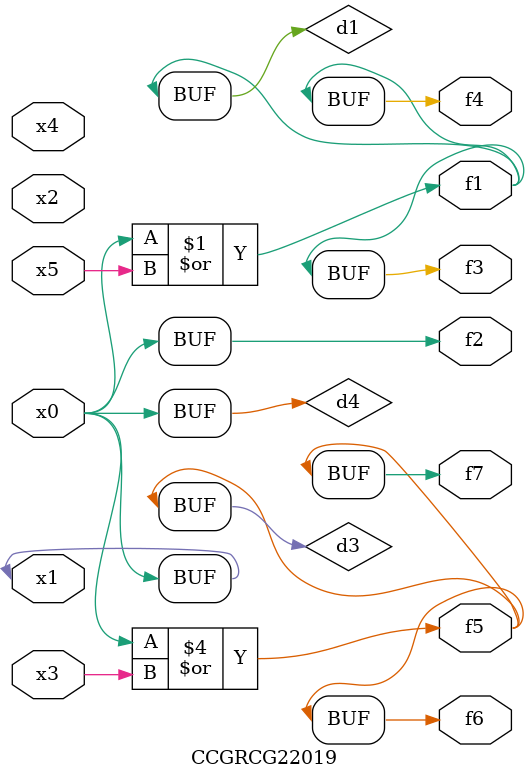
<source format=v>
module CCGRCG22019(
	input x0, x1, x2, x3, x4, x5,
	output f1, f2, f3, f4, f5, f6, f7
);

	wire d1, d2, d3, d4;

	or (d1, x0, x5);
	xnor (d2, x1, x4);
	or (d3, x0, x3);
	buf (d4, x0, x1);
	assign f1 = d1;
	assign f2 = d4;
	assign f3 = d1;
	assign f4 = d1;
	assign f5 = d3;
	assign f6 = d3;
	assign f7 = d3;
endmodule

</source>
